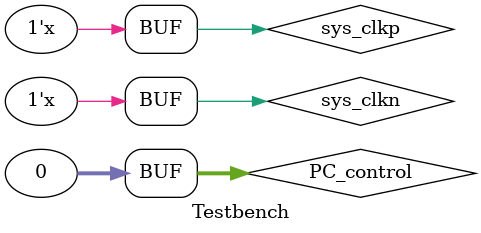
<source format=v>
`timescale 1ns / 1ps

module Testbench();
    //Declare wires and registers that will interface with the module under test
    //Registers are initilized to known states. Wires cannot be initilized.                 
    reg sys_clkn=1;
    wire sys_clkp;
    wire [7:0] led;
    reg [3:0] button;
    reg [31:0] PC_control;
    wire [7:0] StateT;
    wire FSM_Clk_reg;
    
    //Invoke the module that we like to test
    tempFSM ModuleUnderTest (.sys_clkn(sys_clkn), .sys_clkp(sys_clkp), .PC_control(PC_control), .State(StateT), .FSM_Clk_reg(FSM_Clk_reg));
    
    // Generate a clock signal. The clock will change its state every 5ns.
    //Remember that the test module takes sys_clkp and sys_clkn as input clock signals.
    //From these two signals a clock signal, clk, is derived.
    //The LVDS clock signal, sys_clkn, is always in the opposite state than sys_clkp.     
    assign sys_clkp = ~sys_clkn;    
    always begin
        #5 sys_clkn = ~sys_clkn;
    end        
      
    initial begin          
            #20000 PC_control <= 1;   
            #2000000 PC_control <= 0;                                                   

            //#100 button <= 4'b1110;
          
    end

endmodule

</source>
